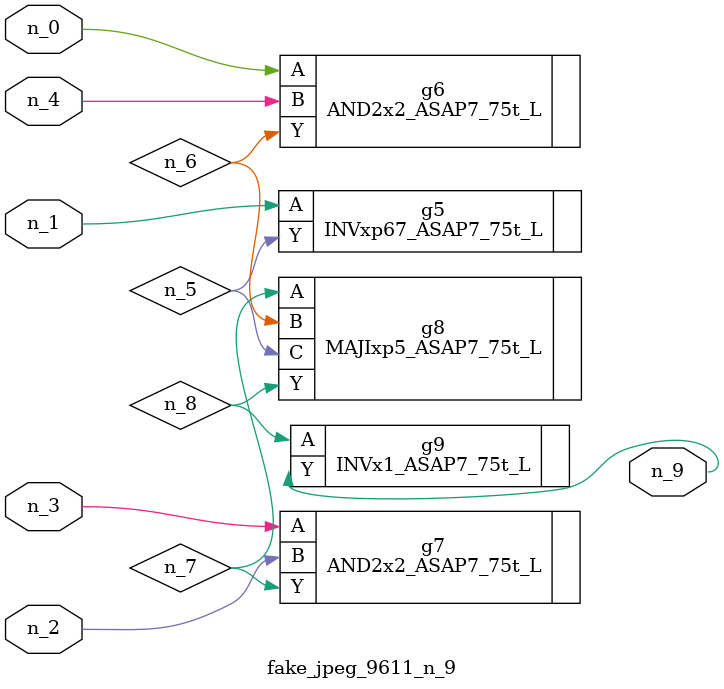
<source format=v>
module fake_jpeg_9611_n_9 (n_3, n_2, n_1, n_0, n_4, n_9);

input n_3;
input n_2;
input n_1;
input n_0;
input n_4;

output n_9;

wire n_8;
wire n_6;
wire n_5;
wire n_7;

INVxp67_ASAP7_75t_L g5 ( 
.A(n_1),
.Y(n_5)
);

AND2x2_ASAP7_75t_L g6 ( 
.A(n_0),
.B(n_4),
.Y(n_6)
);

AND2x2_ASAP7_75t_L g7 ( 
.A(n_3),
.B(n_2),
.Y(n_7)
);

MAJIxp5_ASAP7_75t_L g8 ( 
.A(n_7),
.B(n_6),
.C(n_5),
.Y(n_8)
);

INVx1_ASAP7_75t_L g9 ( 
.A(n_8),
.Y(n_9)
);


endmodule
</source>
